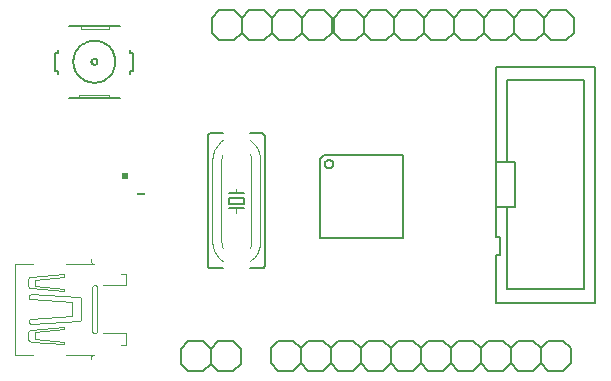
<source format=gto>
G75*
%MOIN*%
%OFA0B0*%
%FSLAX24Y24*%
%IPPOS*%
%LPD*%
%AMOC8*
5,1,8,0,0,1.08239X$1,22.5*
%
%ADD10C,0.0020*%
%ADD11C,0.0060*%
%ADD12C,0.0040*%
%ADD13R,0.0197X0.0197*%
%ADD14R,0.0295X0.0089*%
%ADD15C,0.0080*%
D10*
X006693Y005460D02*
X006693Y008160D01*
X006993Y008160D02*
X006993Y005460D01*
X006994Y005422D01*
X006999Y005385D01*
X007006Y005348D01*
X007015Y005312D01*
X007028Y005276D01*
X007043Y005242D01*
X007943Y004799D02*
X007988Y004831D01*
X008030Y004867D01*
X008070Y004906D01*
X008107Y004948D01*
X008141Y004991D01*
X008172Y005038D01*
X008200Y005086D01*
X008224Y005136D01*
X008245Y005187D01*
X008262Y005240D01*
X008276Y005294D01*
X008285Y005349D01*
X008291Y005404D01*
X008293Y005460D01*
X008293Y008160D01*
X007993Y008160D02*
X007993Y005460D01*
X007992Y005422D01*
X007987Y005385D01*
X007980Y005348D01*
X007971Y005312D01*
X007958Y005276D01*
X007943Y005242D01*
X007043Y004799D02*
X006998Y004831D01*
X006956Y004867D01*
X006916Y004906D01*
X006879Y004947D01*
X006845Y004991D01*
X006814Y005038D01*
X006786Y005086D01*
X006762Y005136D01*
X006741Y005187D01*
X006724Y005240D01*
X006710Y005294D01*
X006701Y005349D01*
X006695Y005404D01*
X006693Y005460D01*
X007493Y006410D02*
X007493Y006560D01*
X007493Y007060D02*
X007493Y007210D01*
X008293Y008160D02*
X008291Y008216D01*
X008285Y008271D01*
X008276Y008326D01*
X008262Y008380D01*
X008245Y008433D01*
X008224Y008484D01*
X008200Y008534D01*
X008172Y008582D01*
X008141Y008629D01*
X008107Y008673D01*
X008070Y008714D01*
X008030Y008753D01*
X007988Y008789D01*
X007943Y008821D01*
X007043Y008821D02*
X006998Y008789D01*
X006956Y008753D01*
X006916Y008714D01*
X006879Y008672D01*
X006845Y008629D01*
X006814Y008582D01*
X006786Y008534D01*
X006762Y008484D01*
X006741Y008433D01*
X006724Y008380D01*
X006710Y008326D01*
X006701Y008271D01*
X006695Y008216D01*
X006693Y008160D01*
X006993Y008160D02*
X006994Y008198D01*
X006999Y008235D01*
X007006Y008272D01*
X007015Y008308D01*
X007028Y008344D01*
X007043Y008378D01*
X007943Y008378D02*
X007958Y008344D01*
X007971Y008308D01*
X007980Y008272D01*
X007987Y008235D01*
X007992Y008198D01*
X007993Y008160D01*
X003261Y010244D02*
X003261Y010344D01*
X002261Y010344D01*
X002261Y010244D01*
X002311Y012544D02*
X002311Y012644D01*
X002311Y012544D02*
X003261Y012544D01*
X003261Y012644D01*
D11*
X002311Y012644D01*
X001911Y012644D01*
X001561Y011844D02*
X001561Y011744D01*
X001461Y011744D01*
X001461Y011144D01*
X001561Y011144D01*
X001561Y011044D01*
X001911Y010244D02*
X002261Y010244D01*
X003261Y010244D01*
X003611Y010244D01*
X003961Y011044D02*
X003961Y011144D01*
X004061Y011144D01*
X004061Y011744D01*
X003961Y011744D01*
X003961Y011844D01*
X003611Y012644D02*
X003261Y012644D01*
X002661Y011444D02*
X002663Y011464D01*
X002669Y011482D01*
X002678Y011500D01*
X002690Y011515D01*
X002705Y011527D01*
X002723Y011536D01*
X002741Y011542D01*
X002761Y011544D01*
X002781Y011542D01*
X002799Y011536D01*
X002817Y011527D01*
X002832Y011515D01*
X002844Y011500D01*
X002853Y011482D01*
X002859Y011464D01*
X002861Y011444D01*
X002859Y011424D01*
X002853Y011406D01*
X002844Y011388D01*
X002832Y011373D01*
X002817Y011361D01*
X002799Y011352D01*
X002781Y011346D01*
X002761Y011344D01*
X002741Y011346D01*
X002723Y011352D01*
X002705Y011361D01*
X002690Y011373D01*
X002678Y011388D01*
X002669Y011406D01*
X002663Y011424D01*
X002661Y011444D01*
X002061Y011444D02*
X002063Y011496D01*
X002069Y011548D01*
X002079Y011600D01*
X002092Y011650D01*
X002109Y011700D01*
X002130Y011748D01*
X002155Y011794D01*
X002183Y011838D01*
X002214Y011880D01*
X002248Y011920D01*
X002285Y011957D01*
X002325Y011991D01*
X002367Y012022D01*
X002411Y012050D01*
X002457Y012075D01*
X002505Y012096D01*
X002555Y012113D01*
X002605Y012126D01*
X002657Y012136D01*
X002709Y012142D01*
X002761Y012144D01*
X002813Y012142D01*
X002865Y012136D01*
X002917Y012126D01*
X002967Y012113D01*
X003017Y012096D01*
X003065Y012075D01*
X003111Y012050D01*
X003155Y012022D01*
X003197Y011991D01*
X003237Y011957D01*
X003274Y011920D01*
X003308Y011880D01*
X003339Y011838D01*
X003367Y011794D01*
X003392Y011748D01*
X003413Y011700D01*
X003430Y011650D01*
X003443Y011600D01*
X003453Y011548D01*
X003459Y011496D01*
X003461Y011444D01*
X003459Y011392D01*
X003453Y011340D01*
X003443Y011288D01*
X003430Y011238D01*
X003413Y011188D01*
X003392Y011140D01*
X003367Y011094D01*
X003339Y011050D01*
X003308Y011008D01*
X003274Y010968D01*
X003237Y010931D01*
X003197Y010897D01*
X003155Y010866D01*
X003111Y010838D01*
X003065Y010813D01*
X003017Y010792D01*
X002967Y010775D01*
X002917Y010762D01*
X002865Y010752D01*
X002813Y010746D01*
X002761Y010744D01*
X002709Y010746D01*
X002657Y010752D01*
X002605Y010762D01*
X002555Y010775D01*
X002505Y010792D01*
X002457Y010813D01*
X002411Y010838D01*
X002367Y010866D01*
X002325Y010897D01*
X002285Y010931D01*
X002248Y010968D01*
X002214Y011008D01*
X002183Y011050D01*
X002155Y011094D01*
X002130Y011140D01*
X002109Y011188D01*
X002092Y011238D01*
X002079Y011288D01*
X002069Y011340D01*
X002063Y011392D01*
X002061Y011444D01*
X006674Y012410D02*
X006674Y012910D01*
X006924Y013160D01*
X007424Y013160D01*
X007674Y012910D01*
X007924Y013160D01*
X008424Y013160D01*
X008674Y012910D01*
X008924Y013160D01*
X009424Y013160D01*
X009674Y012910D01*
X009924Y013160D01*
X010424Y013160D01*
X010674Y012910D01*
X010674Y012410D01*
X010424Y012160D01*
X009924Y012160D01*
X009674Y012410D01*
X009424Y012160D01*
X008924Y012160D01*
X008674Y012410D01*
X008674Y012910D01*
X008674Y012410D02*
X008424Y012160D01*
X007924Y012160D01*
X007674Y012410D01*
X007424Y012160D01*
X006924Y012160D01*
X006674Y012410D01*
X007674Y012410D02*
X007674Y012910D01*
X009674Y012910D02*
X009674Y012410D01*
X010737Y012410D02*
X010737Y012910D01*
X010987Y013160D01*
X011487Y013160D01*
X011737Y012910D01*
X011987Y013160D01*
X012487Y013160D01*
X012737Y012910D01*
X012987Y013160D01*
X013487Y013160D01*
X013737Y012910D01*
X013987Y013160D01*
X014487Y013160D01*
X014737Y012910D01*
X014987Y013160D01*
X015487Y013160D01*
X015737Y012910D01*
X015987Y013160D01*
X016487Y013160D01*
X016737Y012910D01*
X016987Y013160D01*
X017487Y013160D01*
X017737Y012910D01*
X017987Y013160D01*
X018487Y013160D01*
X018737Y012910D01*
X018737Y012410D01*
X018487Y012160D01*
X017987Y012160D01*
X017737Y012410D01*
X017487Y012160D01*
X016987Y012160D01*
X016737Y012410D01*
X016737Y012910D01*
X016737Y012410D02*
X016487Y012160D01*
X015987Y012160D01*
X015737Y012410D01*
X015487Y012160D01*
X014987Y012160D01*
X014737Y012410D01*
X014487Y012160D01*
X013987Y012160D01*
X013737Y012410D01*
X013737Y012910D01*
X013737Y012410D02*
X013487Y012160D01*
X012987Y012160D01*
X012737Y012410D01*
X012487Y012160D01*
X011987Y012160D01*
X011737Y012410D01*
X011487Y012160D01*
X010987Y012160D01*
X010737Y012410D01*
X011737Y012410D02*
X011737Y012910D01*
X012737Y012910D02*
X012737Y012410D01*
X014737Y012410D02*
X014737Y012910D01*
X015737Y012910D02*
X015737Y012410D01*
X017737Y012410D02*
X017737Y012910D01*
X013046Y008332D02*
X010426Y008332D01*
X010287Y008192D01*
X010287Y005572D01*
X013046Y005572D01*
X013046Y008332D01*
X010446Y008032D02*
X010448Y008055D01*
X010454Y008078D01*
X010463Y008099D01*
X010476Y008119D01*
X010492Y008136D01*
X010510Y008150D01*
X010530Y008161D01*
X010552Y008169D01*
X010575Y008173D01*
X010599Y008173D01*
X010622Y008169D01*
X010644Y008161D01*
X010664Y008150D01*
X010682Y008136D01*
X010698Y008119D01*
X010711Y008099D01*
X010720Y008078D01*
X010726Y008055D01*
X010728Y008032D01*
X010726Y008009D01*
X010720Y007986D01*
X010711Y007965D01*
X010698Y007945D01*
X010682Y007928D01*
X010664Y007914D01*
X010644Y007903D01*
X010622Y007895D01*
X010599Y007891D01*
X010575Y007891D01*
X010552Y007895D01*
X010530Y007903D01*
X010510Y007914D01*
X010492Y007928D01*
X010476Y007945D01*
X010463Y007965D01*
X010454Y007986D01*
X010448Y008009D01*
X010446Y008032D01*
X008443Y008960D02*
X008443Y004660D01*
X008441Y004643D01*
X008437Y004626D01*
X008430Y004610D01*
X008420Y004596D01*
X008407Y004583D01*
X008393Y004573D01*
X008377Y004566D01*
X008360Y004562D01*
X008343Y004560D01*
X007943Y004560D01*
X007043Y004560D02*
X006643Y004560D01*
X006626Y004562D01*
X006609Y004566D01*
X006593Y004573D01*
X006579Y004583D01*
X006566Y004596D01*
X006556Y004610D01*
X006549Y004626D01*
X006545Y004643D01*
X006543Y004660D01*
X006543Y008960D01*
X006545Y008977D01*
X006549Y008994D01*
X006556Y009010D01*
X006566Y009024D01*
X006579Y009037D01*
X006593Y009047D01*
X006609Y009054D01*
X006626Y009058D01*
X006643Y009060D01*
X007043Y009060D01*
X007943Y009060D02*
X008343Y009060D01*
X008360Y009058D01*
X008377Y009054D01*
X008393Y009047D01*
X008407Y009037D01*
X008420Y009024D01*
X008430Y009010D01*
X008437Y008994D01*
X008441Y008977D01*
X008443Y008960D01*
X007743Y007060D02*
X007493Y007060D01*
X007243Y007060D01*
X007243Y006910D02*
X007243Y006710D01*
X007743Y006710D01*
X007743Y006910D01*
X007243Y006910D01*
X007243Y006560D02*
X007493Y006560D01*
X007743Y006560D01*
X007393Y002133D02*
X006893Y002133D01*
X006643Y001883D01*
X006643Y001383D01*
X006893Y001133D01*
X007393Y001133D01*
X007643Y001383D01*
X007643Y001883D01*
X007393Y002133D01*
X006643Y001883D02*
X006393Y002133D01*
X005893Y002133D01*
X005643Y001883D01*
X005643Y001383D01*
X005893Y001133D01*
X006393Y001133D01*
X006643Y001383D01*
X008643Y001387D02*
X008893Y001137D01*
X009393Y001137D01*
X009643Y001387D01*
X009893Y001137D01*
X010393Y001137D01*
X010643Y001387D01*
X010643Y001887D01*
X010393Y002137D01*
X009893Y002137D01*
X009643Y001887D01*
X009643Y001387D01*
X009643Y001887D02*
X009393Y002137D01*
X008893Y002137D01*
X008643Y001887D01*
X008643Y001387D01*
X010643Y001387D02*
X010893Y001137D01*
X011393Y001137D01*
X011643Y001387D01*
X011893Y001137D01*
X012393Y001137D01*
X012643Y001387D01*
X012643Y001887D01*
X012393Y002137D01*
X011893Y002137D01*
X011643Y001887D01*
X011643Y001387D01*
X011643Y001887D02*
X011393Y002137D01*
X010893Y002137D01*
X010643Y001887D01*
X012643Y001887D02*
X012643Y001387D01*
X012893Y001137D01*
X013393Y001137D01*
X013643Y001387D01*
X013893Y001137D01*
X014393Y001137D01*
X014643Y001387D01*
X014643Y001887D01*
X014393Y002137D01*
X013893Y002137D01*
X013643Y001887D01*
X013643Y001387D01*
X013643Y001887D02*
X013393Y002137D01*
X012893Y002137D01*
X012643Y001887D01*
X014643Y001887D02*
X014893Y002137D01*
X015393Y002137D01*
X015643Y001887D01*
X015893Y002137D01*
X016393Y002137D01*
X016643Y001887D01*
X016893Y002137D01*
X017393Y002137D01*
X017643Y001887D01*
X017893Y002137D01*
X018393Y002137D01*
X018643Y001887D01*
X018643Y001387D01*
X018393Y001137D01*
X017893Y001137D01*
X017643Y001387D01*
X017393Y001137D01*
X016893Y001137D01*
X016643Y001387D01*
X016393Y001137D01*
X015893Y001137D01*
X015643Y001387D01*
X015393Y001137D01*
X014893Y001137D01*
X014643Y001387D01*
X015643Y001387D02*
X015643Y001887D01*
X016643Y001887D02*
X016643Y001387D01*
X017643Y001387D02*
X017643Y001887D01*
D12*
X000120Y001683D02*
X000120Y001683D01*
X000712Y001683D01*
X000651Y002113D02*
X001735Y002031D01*
X001735Y002113D01*
X000794Y002215D01*
X000794Y002419D01*
X001735Y002521D01*
X001735Y002603D01*
X000651Y002501D01*
X000632Y002497D01*
X000613Y002491D01*
X000596Y002481D01*
X000580Y002469D01*
X000567Y002454D01*
X000556Y002437D01*
X000549Y002419D01*
X000549Y002194D02*
X000556Y002176D01*
X000567Y002159D01*
X000580Y002144D01*
X000596Y002132D01*
X000613Y002122D01*
X000632Y002116D01*
X000651Y002112D01*
X000550Y002195D02*
X000541Y002232D01*
X000535Y002269D01*
X000533Y002307D01*
X000535Y002345D01*
X000541Y002382D01*
X000550Y002419D01*
X000651Y002705D02*
X002246Y002787D01*
X002264Y002790D01*
X002281Y002797D01*
X002296Y002806D01*
X002309Y002819D01*
X002318Y002834D01*
X002325Y002851D01*
X002328Y002869D01*
X002327Y002869D02*
X002327Y003523D01*
X002328Y003523D02*
X002325Y003541D01*
X002318Y003558D01*
X002309Y003573D01*
X002296Y003586D01*
X002281Y003595D01*
X002264Y003602D01*
X002246Y003605D01*
X000651Y003686D01*
X000651Y003687D02*
X000635Y003685D01*
X000620Y003681D01*
X000605Y003673D01*
X000593Y003663D01*
X000583Y003651D01*
X000575Y003636D01*
X000571Y003621D01*
X000569Y003605D01*
X000570Y003605D02*
X000570Y003604D01*
X000569Y003604D02*
X000571Y003588D01*
X000575Y003573D01*
X000583Y003558D01*
X000593Y003546D01*
X000605Y003536D01*
X000620Y003528D01*
X000635Y003524D01*
X000651Y003522D01*
X000651Y003523D02*
X002000Y003441D01*
X002000Y002951D01*
X000651Y002869D01*
X000635Y002867D01*
X000620Y002863D01*
X000605Y002855D01*
X000593Y002845D01*
X000583Y002833D01*
X000575Y002818D01*
X000571Y002803D01*
X000569Y002787D01*
X000571Y002771D01*
X000575Y002756D01*
X000583Y002741D01*
X000593Y002729D01*
X000605Y002719D01*
X000620Y002711D01*
X000635Y002707D01*
X000651Y002705D01*
X000651Y003891D02*
X001735Y003788D01*
X001735Y003870D01*
X000794Y003972D01*
X000794Y004177D01*
X001735Y004279D01*
X001735Y004361D01*
X000651Y004279D01*
X000632Y004275D01*
X000613Y004269D01*
X000596Y004259D01*
X000580Y004247D01*
X000567Y004232D01*
X000556Y004215D01*
X000549Y004197D01*
X000549Y003972D02*
X000556Y003954D01*
X000567Y003937D01*
X000580Y003922D01*
X000596Y003910D01*
X000613Y003900D01*
X000632Y003894D01*
X000651Y003890D01*
X000550Y003973D02*
X000541Y004010D01*
X000535Y004047D01*
X000533Y004085D01*
X000535Y004123D01*
X000541Y004160D01*
X000550Y004197D01*
X000712Y004708D02*
X000120Y004708D01*
X000120Y001683D01*
X001827Y001683D02*
X002736Y001683D01*
X002736Y001684D02*
X002720Y001682D01*
X002705Y001678D01*
X002690Y001670D01*
X002678Y001660D01*
X002668Y001648D01*
X002660Y001633D01*
X002656Y001618D01*
X002654Y001602D01*
X002654Y001540D01*
X003656Y002010D02*
X003799Y002010D01*
X003819Y002010D02*
X003819Y002399D01*
X003799Y002399D02*
X003063Y002399D01*
X002859Y002480D02*
X002859Y003911D01*
X002857Y003927D01*
X002853Y003942D01*
X002845Y003957D01*
X002835Y003969D01*
X002823Y003979D01*
X002808Y003987D01*
X002793Y003991D01*
X002777Y003993D01*
X002777Y003993D01*
X002757Y003991D01*
X002738Y003985D01*
X002720Y003976D01*
X002705Y003963D01*
X002692Y003948D01*
X002683Y003930D01*
X002677Y003911D01*
X002675Y003891D01*
X002675Y002501D01*
X002677Y002481D01*
X002683Y002462D01*
X002692Y002444D01*
X002705Y002429D01*
X002720Y002416D01*
X002738Y002407D01*
X002757Y002401D01*
X002777Y002399D01*
X002777Y002398D02*
X002793Y002400D01*
X002808Y002404D01*
X002823Y002412D01*
X002835Y002422D01*
X002845Y002434D01*
X002853Y002449D01*
X002857Y002464D01*
X002859Y002480D01*
X003063Y003993D02*
X003799Y003993D01*
X003819Y003993D02*
X003819Y004381D01*
X003799Y004381D02*
X003656Y004381D01*
X002736Y004708D02*
X001827Y004708D01*
X002654Y004790D02*
X002654Y004851D01*
X002654Y004790D02*
X002656Y004774D01*
X002660Y004759D01*
X002668Y004744D01*
X002678Y004732D01*
X002690Y004722D01*
X002705Y004714D01*
X002720Y004710D01*
X002736Y004708D01*
D13*
X003789Y007625D03*
D14*
X004310Y007049D03*
D15*
X016155Y006604D02*
X016155Y005590D01*
X016273Y005590D01*
X016273Y005008D01*
X016155Y005008D01*
X016155Y003408D01*
X019462Y003408D01*
X019462Y011282D01*
X016155Y011282D01*
X016155Y008087D01*
X016155Y006604D01*
X016765Y006604D01*
X016765Y008087D01*
X016155Y008087D01*
X016519Y008087D02*
X016519Y010839D01*
X019098Y010839D01*
X019098Y003851D01*
X016519Y003851D01*
X016519Y006604D01*
M02*

</source>
